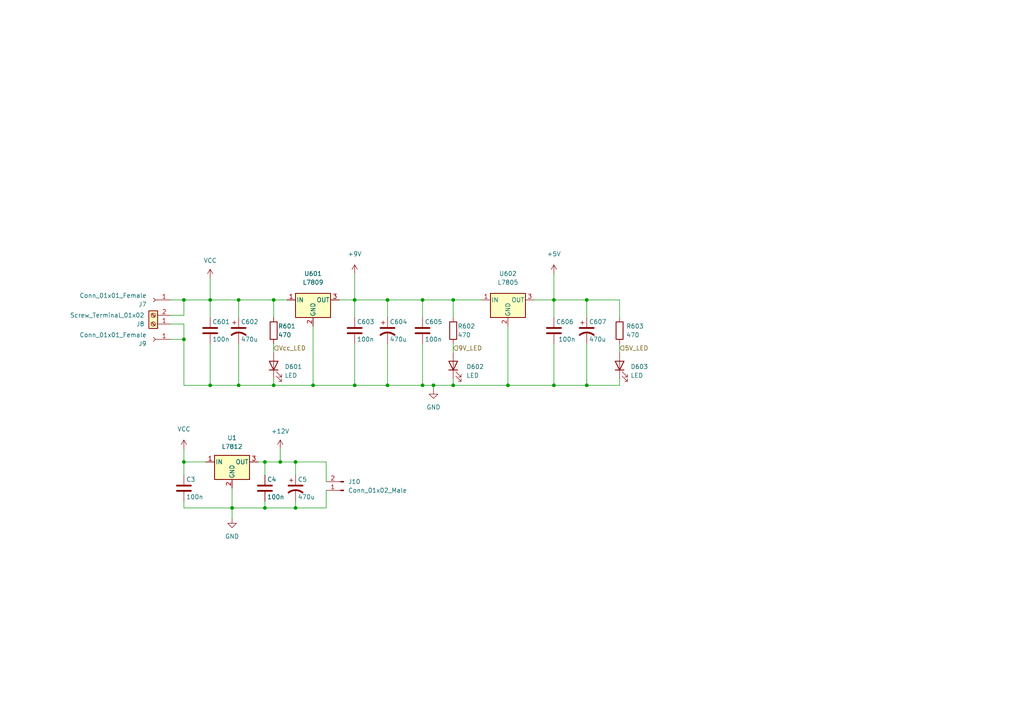
<source format=kicad_sch>
(kicad_sch (version 20211123) (generator eeschema)
  (paper "A4")
  (lib_symbols
    (symbol "Connector:Conn_01x01_Female" (pin_names (offset 1.016) hide)
      (property "Reference" "J" (at 0 2.54 0))
      (property "Value" "Conn_01x01_Female" (at 0 -2.54 0))
      (symbol "Conn_01x01_Female_1_1"
        (polyline (pts (xy -1.27 0) (xy -0.508 0)) (stroke (width 0.1524)))
        (arc (start 0 0.508) (mid -0.508 0) (end 0 -0.508) (stroke (width 0.1524)))
        (pin passive line (at -5.08 0 0) (length 3.81) (name "Pin_1") (number "1"))
      )
    )
    (symbol "Connector:Conn_01x02_Male" (pin_names (offset 1.016) hide)
      (property "Reference" "J" (at 0 2.54 0))
      (property "Value" "Conn_01x02_Male" (at 0 -5.08 0))
      (symbol "Conn_01x02_Male_1_1"
        (polyline (pts (xy 1.27 -2.54) (xy 0.8636 -2.54)) (stroke (width 0.1524)))
        (polyline (pts (xy 1.27 0) (xy 0.8636 0)) (stroke (width 0.1524)))
        (rectangle (start 0.8636 -2.413) (end 0 -2.667) (stroke (width 0.1524)) (fill (type outline)))
        (rectangle (start 0.8636 0.127) (end 0 -0.127) (stroke (width 0.1524)) (fill (type outline)))
        (pin passive line (at 5.08 0 180) (length 3.81) (name "Pin_1") (number "1"))
        (pin passive line (at 5.08 -2.54 180) (length 3.81) (name "Pin_2") (number "2"))
      )
    )
    (symbol "Connector:Screw_Terminal_01x02" (pin_names (offset 1.016) hide)
      (property "Reference" "J" (at 0 2.54 0))
      (property "Value" "Screw_Terminal_01x02" (at 0 -5.08 0))
      (symbol "Screw_Terminal_01x02_1_1"
        (rectangle (start -1.27 1.27) (end 1.27 -3.81) (stroke (width 0.254)) (fill (type background)))
        (circle (center 0 -2.54) (radius 0.635) (stroke (width 0.1524)))
        (polyline (pts (xy -0.5334 -2.2098) (xy 0.3302 -3.048)) (stroke (width 0.1524)))
        (polyline (pts (xy -0.5334 0.3302) (xy 0.3302 -0.508)) (stroke (width 0.1524)))
        (polyline (pts (xy -0.3556 -2.032) (xy 0.508 -2.8702)) (stroke (width 0.1524)))
        (polyline (pts (xy -0.3556 0.508) (xy 0.508 -0.3302)) (stroke (width 0.1524)))
        (circle (center 0 0) (radius 0.635) (stroke (width 0.1524)))
        (pin passive line (at -5.08 0 0) (length 3.81) (name "Pin_1") (number "1"))
        (pin passive line (at -5.08 -2.54 0) (length 3.81) (name "Pin_2") (number "2"))
      )
    )
    (symbol "Device:C" (pin_numbers hide) (pin_names (offset 0.254))
      (property "Reference" "C" (at 0.635 2.54 0))
      (property "Value" "C" (at 0.635 -2.54 0))
      (symbol "C_0_1"
        (polyline (pts (xy -2.032 -0.762) (xy 2.032 -0.762)) (stroke (width 0.508)))
        (polyline (pts (xy -2.032 0.762) (xy 2.032 0.762)) (stroke (width 0.508)))
      )
      (symbol "C_1_1"
        (pin passive line (at 0 3.81 270) (length 2.794) (name "~") (number "1"))
        (pin passive line (at 0 -3.81 90) (length 2.794) (name "~") (number "2"))
      )
    )
    (symbol "Device:C_Polarized_US" (pin_numbers hide) (pin_names (offset 0.254) hide)
      (property "Reference" "C" (at 0.635 2.54 0))
      (property "Value" "C_Polarized_US" (at 0.635 -2.54 0))
      (symbol "C_Polarized_US_0_1"
        (polyline (pts (xy -2.032 0.762) (xy 2.032 0.762)) (stroke (width 0.508)))
        (polyline (pts (xy -1.778 2.286) (xy -0.762 2.286)))
        (polyline (pts (xy -1.27 1.778) (xy -1.27 2.794)))
        (arc (start 2.032 -1.27) (mid 0 -0.5572) (end -2.032 -1.27) (stroke (width 0.508)))
      )
      (symbol "C_Polarized_US_1_1"
        (pin passive line (at 0 3.81 270) (length 2.794) (name "~") (number "1"))
        (pin passive line (at 0 -3.81 90) (length 3.302) (name "~") (number "2"))
      )
    )
    (symbol "Device:LED" (pin_numbers hide) (pin_names (offset 1.016) hide)
      (property "Reference" "D" (at 0 2.54 0))
      (property "Value" "LED" (at 0 -2.54 0))
      (symbol "LED_0_1"
        (polyline (pts (xy -1.27 -1.27) (xy -1.27 1.27)) (stroke (width 0.254)))
        (polyline (pts (xy -1.27 0) (xy 1.27 0)))
        (polyline (pts (xy 1.27 -1.27) (xy 1.27 1.27) (xy -1.27 0) (xy 1.27 -1.27)) (stroke (width 0.254)))
        (polyline (pts (xy -3.048 -0.762) (xy -4.572 -2.286) (xy -3.81 -2.286) (xy -4.572 -2.286) (xy -4.572 -1.524)))
        (polyline (pts (xy -1.778 -0.762) (xy -3.302 -2.286) (xy -2.54 -2.286) (xy -3.302 -2.286) (xy -3.302 -1.524)))
      )
      (symbol "LED_1_1"
        (pin passive line (at -3.81 0 0) (length 2.54) (name "K") (number "1"))
        (pin passive line (at 3.81 0 180) (length 2.54) (name "A") (number "2"))
      )
    )
    (symbol "Device:R" (pin_numbers hide) (pin_names (offset 0))
      (property "Reference" "R" (at 2.032 0 90))
      (property "Value" "R" (at 0 0 90))
      (symbol "R_0_1"
        (rectangle (start -1.016 -2.54) (end 1.016 2.54) (stroke (width 0.254)))
      )
      (symbol "R_1_1"
        (pin passive line (at 0 3.81 270) (length 1.27) (name "~") (number "1"))
        (pin passive line (at 0 -3.81 90) (length 1.27) (name "~") (number "2"))
      )
    )
    (symbol "Regulator_Linear:L7805" (pin_names (offset 0.254))
      (property "Reference" "U" (at -3.81 3.175 0))
      (property "Value" "L7805" (at 0 3.175 0))
      (symbol "L7805_0_1"
        (rectangle (start -5.08 1.905) (end 5.08 -5.08) (stroke (width 0.254)) (fill (type background)))
      )
      (symbol "L7805_1_1"
        (pin power_in line (at -7.62 0 0) (length 2.54) (name "IN") (number "1"))
        (pin power_in line (at 0 -7.62 90) (length 2.54) (name "GND") (number "2"))
        (pin power_out line (at 7.62 0 180) (length 2.54) (name "OUT") (number "3"))
      )
    )
    (symbol "Regulator_Linear:L7809" (pin_names (offset 0.254))
      (property "Reference" "U" (at -3.81 3.175 0))
      (property "Value" "L7809" (at 0 3.175 0))
      (symbol "L7809_0_1"
        (rectangle (start -5.08 1.905) (end 5.08 -5.08) (stroke (width 0.254)) (fill (type background)))
      )
      (symbol "L7809_1_1"
        (pin power_in line (at -7.62 0 0) (length 2.54) (name "IN") (number "1"))
        (pin power_in line (at 0 -7.62 90) (length 2.54) (name "GND") (number "2"))
        (pin power_out line (at 7.62 0 180) (length 2.54) (name "OUT") (number "3"))
      )
    )
    (symbol "Regulator_Linear:L7812" (pin_names (offset 0.254))
      (property "Reference" "U" (at -3.81 3.175 0))
      (property "Value" "L7812" (at 0 3.175 0))
      (symbol "L7812_0_1"
        (rectangle (start -5.08 1.905) (end 5.08 -5.08) (stroke (width 0.254)) (fill (type background)))
      )
      (symbol "L7812_1_1"
        (pin power_in line (at -7.62 0 0) (length 2.54) (name "IN") (number "1"))
        (pin power_in line (at 0 -7.62 90) (length 2.54) (name "GND") (number "2"))
        (pin power_out line (at 7.62 0 180) (length 2.54) (name "OUT") (number "3"))
      )
    )
    (symbol "power:+12V" (power) (pin_names (offset 0))
      (property "Value" "+12V" (at 0 3.556 0))
      (symbol "+12V_0_1"
        (polyline (pts (xy -0.762 1.27) (xy 0 2.54)))
        (polyline (pts (xy 0 0) (xy 0 2.54)))
        (polyline (pts (xy 0 2.54) (xy 0.762 1.27)))
      )
      (symbol "+12V_1_1"
        (pin power_in line (at 0 0 90) (length 0) hide (name "+12V") (number "1"))
      )
    )
    (symbol "power:+5V" (power) (pin_names (offset 0))
      (property "Value" "+5V" (at 0 3.556 0))
      (symbol "+5V_0_1"
        (polyline (pts (xy -0.762 1.27) (xy 0 2.54)))
        (polyline (pts (xy 0 0) (xy 0 2.54)))
        (polyline (pts (xy 0 2.54) (xy 0.762 1.27)))
      )
      (symbol "+5V_1_1"
        (pin power_in line (at 0 0 90) (length 0) hide (name "+5V") (number "1"))
      )
    )
    (symbol "power:+9V" (power) (pin_names (offset 0))
      (property "Value" "+9V" (at 0 3.556 0))
      (symbol "+9V_0_1"
        (polyline (pts (xy -0.762 1.27) (xy 0 2.54)))
        (polyline (pts (xy 0 0) (xy 0 2.54)))
        (polyline (pts (xy 0 2.54) (xy 0.762 1.27)))
      )
      (symbol "+9V_1_1"
        (pin power_in line (at 0 0 90) (length 0) hide (name "+9V") (number "1"))
      )
    )
    (symbol "power:GND" (power) (pin_names (offset 0))
      (property "Value" "GND" (at 0 -3.81 0))
      (symbol "GND_0_1"
        (polyline (pts (xy 0 0) (xy 0 -1.27) (xy 1.27 -1.27) (xy 0 -2.54) (xy -1.27 -1.27) (xy 0 -1.27)))
      )
      (symbol "GND_1_1"
        (pin power_in line (at 0 0 270) (length 0) hide (name "GND") (number "1"))
      )
    )
    (symbol "power:VCC" (power) (pin_names (offset 0))
      (property "Value" "VCC" (at 0 3.81 0))
      (symbol "VCC_0_1"
        (polyline (pts (xy -0.762 1.27) (xy 0 2.54)))
        (polyline (pts (xy 0 0) (xy 0 2.54)))
        (polyline (pts (xy 0 2.54) (xy 0.762 1.27)))
      )
      (symbol "VCC_1_1"
        (pin power_in line (at 0 0 90) (length 0) hide (name "VCC") (number "1"))
      )
    )
  )
  (junction (at 122.555 86.995))
  (junction (at 102.87 86.995))
  (junction (at 60.96 86.995))
  (junction (at 147.32 111.76))
  (junction (at 69.215 86.995))
  (junction (at 122.555 111.76))
  (junction (at 53.34 133.985))
  (junction (at 125.73 111.76))
  (junction (at 85.725 147.32))
  (junction (at 76.835 133.985))
  (junction (at 160.655 111.76))
  (junction (at 85.725 133.985))
  (junction (at 53.34 86.995))
  (junction (at 160.655 86.995))
  (junction (at 76.835 147.32))
  (junction (at 112.395 86.995))
  (junction (at 102.87 111.76))
  (junction (at 53.34 98.425))
  (junction (at 79.375 86.995))
  (junction (at 90.805 111.76))
  (junction (at 79.375 111.76))
  (junction (at 170.18 86.995))
  (junction (at 170.18 111.76))
  (junction (at 69.215 111.76))
  (junction (at 131.445 111.76))
  (junction (at 67.31 147.32))
  (junction (at 81.28 133.985))
  (junction (at 112.395 111.76))
  (junction (at 60.96 111.76))
  (junction (at 131.445 86.995))
  (wire (pts (xy 49.53 93.98) (xy 53.34 93.98)))
  (wire (pts (xy 147.32 94.615) (xy 147.32 111.76)))
  (wire (pts (xy 94.615 142.24) (xy 94.615 147.32)))
  (wire (pts (xy 170.18 99.695) (xy 170.18 111.76)))
  (wire (pts (xy 160.655 86.995) (xy 154.94 86.995)))
  (wire (pts (xy 81.28 133.985) (xy 76.835 133.985)))
  (wire (pts (xy 112.395 111.76) (xy 102.87 111.76)))
  (wire (pts (xy 53.34 93.98) (xy 53.34 98.425)))
  (wire (pts (xy 170.18 86.995) (xy 160.655 86.995)))
  (wire (pts (xy 90.805 111.76) (xy 79.375 111.76)))
  (wire (pts (xy 179.705 99.695) (xy 179.705 102.235)))
  (wire (pts (xy 94.615 147.32) (xy 85.725 147.32)))
  (wire (pts (xy 53.34 147.32) (xy 67.31 147.32)))
  (wire (pts (xy 90.805 94.615) (xy 90.805 111.76)))
  (wire (pts (xy 79.375 111.76) (xy 79.375 109.855)))
  (wire (pts (xy 53.34 98.425) (xy 49.53 98.425)))
  (wire (pts (xy 49.53 86.995) (xy 53.34 86.995)))
  (wire (pts (xy 67.31 147.32) (xy 67.31 150.495)))
  (wire (pts (xy 67.31 141.605) (xy 67.31 147.32)))
  (wire (pts (xy 53.34 98.425) (xy 53.34 111.76)))
  (wire (pts (xy 60.96 86.995) (xy 69.215 86.995)))
  (wire (pts (xy 131.445 99.695) (xy 131.445 102.235)))
  (wire (pts (xy 131.445 86.995) (xy 131.445 92.075)))
  (wire (pts (xy 53.34 133.985) (xy 59.69 133.985)))
  (wire (pts (xy 85.725 145.415) (xy 85.725 147.32)))
  (wire (pts (xy 49.53 91.44) (xy 53.34 91.44)))
  (wire (pts (xy 53.34 86.995) (xy 53.34 91.44)))
  (wire (pts (xy 122.555 86.995) (xy 122.555 92.075)))
  (wire (pts (xy 53.34 130.175) (xy 53.34 133.985)))
  (wire (pts (xy 94.615 133.985) (xy 85.725 133.985)))
  (wire (pts (xy 53.34 133.985) (xy 53.34 137.795)))
  (wire (pts (xy 102.87 79.375) (xy 102.87 86.995)))
  (wire (pts (xy 69.215 111.76) (xy 79.375 111.76)))
  (wire (pts (xy 98.425 86.995) (xy 102.87 86.995)))
  (wire (pts (xy 102.87 111.76) (xy 90.805 111.76)))
  (wire (pts (xy 160.655 79.375) (xy 160.655 86.995)))
  (wire (pts (xy 76.835 145.415) (xy 76.835 147.32)))
  (wire (pts (xy 170.18 92.075) (xy 170.18 86.995)))
  (wire (pts (xy 53.34 111.76) (xy 60.96 111.76)))
  (wire (pts (xy 131.445 109.855) (xy 131.445 111.76)))
  (wire (pts (xy 69.215 86.995) (xy 79.375 86.995)))
  (wire (pts (xy 102.87 86.995) (xy 102.87 92.075)))
  (wire (pts (xy 122.555 111.76) (xy 125.73 111.76)))
  (wire (pts (xy 112.395 86.995) (xy 122.555 86.995)))
  (wire (pts (xy 125.73 111.76) (xy 125.73 113.03)))
  (wire (pts (xy 179.705 86.995) (xy 170.18 86.995)))
  (wire (pts (xy 85.725 147.32) (xy 76.835 147.32)))
  (wire (pts (xy 112.395 111.76) (xy 122.555 111.76)))
  (wire (pts (xy 79.375 86.995) (xy 83.185 86.995)))
  (wire (pts (xy 170.18 111.76) (xy 179.705 111.76)))
  (wire (pts (xy 147.32 111.76) (xy 131.445 111.76)))
  (wire (pts (xy 69.215 99.695) (xy 69.215 111.76)))
  (wire (pts (xy 69.215 86.995) (xy 69.215 92.075)))
  (wire (pts (xy 79.375 99.695) (xy 79.375 102.235)))
  (wire (pts (xy 94.615 139.7) (xy 94.615 133.985)))
  (wire (pts (xy 53.34 86.995) (xy 60.96 86.995)))
  (wire (pts (xy 85.725 137.795) (xy 85.725 133.985)))
  (wire (pts (xy 60.96 86.995) (xy 60.96 92.075)))
  (wire (pts (xy 79.375 86.995) (xy 79.375 92.075)))
  (wire (pts (xy 125.73 111.76) (xy 131.445 111.76)))
  (wire (pts (xy 112.395 99.695) (xy 112.395 111.76)))
  (wire (pts (xy 160.655 99.695) (xy 160.655 111.76)))
  (wire (pts (xy 179.705 92.075) (xy 179.705 86.995)))
  (wire (pts (xy 81.28 130.175) (xy 81.28 133.985)))
  (wire (pts (xy 60.96 80.645) (xy 60.96 86.995)))
  (wire (pts (xy 53.34 145.415) (xy 53.34 147.32)))
  (wire (pts (xy 112.395 86.995) (xy 112.395 92.075)))
  (wire (pts (xy 131.445 86.995) (xy 139.7 86.995)))
  (wire (pts (xy 102.87 99.695) (xy 102.87 111.76)))
  (wire (pts (xy 102.87 86.995) (xy 112.395 86.995)))
  (wire (pts (xy 122.555 99.695) (xy 122.555 111.76)))
  (wire (pts (xy 160.655 111.76) (xy 170.18 111.76)))
  (wire (pts (xy 122.555 86.995) (xy 131.445 86.995)))
  (wire (pts (xy 179.705 109.855) (xy 179.705 111.76)))
  (wire (pts (xy 60.96 99.695) (xy 60.96 111.76)))
  (wire (pts (xy 81.28 133.985) (xy 85.725 133.985)))
  (wire (pts (xy 160.655 92.075) (xy 160.655 86.995)))
  (wire (pts (xy 76.835 133.985) (xy 74.93 133.985)))
  (wire (pts (xy 160.655 111.76) (xy 147.32 111.76)))
  (wire (pts (xy 76.835 137.795) (xy 76.835 133.985)))
  (wire (pts (xy 60.96 111.76) (xy 69.215 111.76)))
  (wire (pts (xy 76.835 147.32) (xy 67.31 147.32)))
  (hierarchical_label "5V_LED" (shape input) (at 179.705 100.965 0))
  (hierarchical_label "Vcc_LED" (shape input) (at 79.375 100.965 0))
  (hierarchical_label "9V_LED" (shape input) (at 131.445 100.965 0))
  (symbol (lib_id "Device:C") (at 122.555 95.885 0) (unit 1)
    (property "Reference" "C605" (at 123.19 93.345 0) (effects (justify left)))
    (property "Value" "100n" (at 123.19 98.425 0) (effects (justify left)))
    (property "Footprint" "Capacitor_SMD:C_0805_2012Metric" (effects hide))
  )
  (symbol (lib_id "Device:R") (at 131.445 95.885 0) (unit 1)
    (property "Reference" "R602" (at 132.715 94.615 0) (effects (justify left)))
    (property "Value" "470" (at 132.715 97.155 0) (effects (justify left)))
    (property "Footprint" "Resistor_SMD:R_0805_2012Metric" (effects hide))
  )
  (symbol (lib_id "power:VCC") (at 53.34 130.175 0) (unit 1)
    (property "Reference" "#PWR0104" (effects hide))
    (property "Value" "VCC" (at 53.34 124.46 0))
  )
  (symbol (lib_id "Device:C") (at 76.835 141.605 0) (unit 1)
    (property "Reference" "C4" (at 77.47 139.065 0) (effects (justify left)))
    (property "Value" "100n" (at 77.47 144.145 0) (effects (justify left)))
    (property "Footprint" "Capacitor_SMD:C_0805_2012Metric" (effects hide))
  )
  (symbol (lib_id "Connector:Conn_01x02_Male") (at 99.695 142.24 180) (unit 1)
    (property "Reference" "J10" (at 100.965 139.6999 0) (effects (justify right)))
    (property "Value" "Conn_01x02_Male" (at 100.965 142.2399 0) (effects (justify right)))
    (property "Footprint" "Connector_PinHeader_2.54mm:PinHeader_1x02_P2.54mm_Vertical" (effects hide))
  )
  (symbol (lib_id "Device:C") (at 160.655 95.885 0) (unit 1)
    (property "Reference" "C606" (at 161.29 93.345 0) (effects (justify left)))
    (property "Value" "100n" (at 161.925 98.425 0) (effects (justify left)))
    (property "Footprint" "Capacitor_SMD:C_0805_2012Metric" (effects hide))
  )
  (symbol (lib_id "power:GND") (at 125.73 113.03 0) (unit 1)
    (property "Reference" "#PWR0101" (effects hide))
    (property "Value" "GND" (at 125.73 118.11 0))
  )
  (symbol (lib_id "Device:C") (at 60.96 95.885 0) (unit 1)
    (property "Reference" "C601" (at 61.595 93.345 0) (effects (justify left)))
    (property "Value" "100n" (at 61.595 98.425 0) (effects (justify left)))
    (property "Footprint" "Capacitor_SMD:C_0805_2012Metric" (effects hide))
  )
  (symbol (lib_id "power:+12V") (at 81.28 130.175 0) (unit 1)
    (property "Reference" "#PWR0103" (effects hide))
    (property "Value" "+12V" (at 81.28 125.095 0))
  )
  (symbol (lib_id "Device:C_Polarized_US") (at 69.215 95.885 0) (unit 1)
    (property "Reference" "C602" (at 69.85 93.345 0) (effects (justify left)))
    (property "Value" "470u" (at 69.85 98.425 0) (effects (justify left)))
    (property "Footprint" "Capacitor_THT:C_Radial_D12.5mm_H25.0mm_P5.00mm" (effects hide))
  )
  (symbol (lib_id "Device:R") (at 179.705 95.885 0) (unit 1)
    (property "Reference" "R603" (at 181.61 94.615 0) (effects (justify left)))
    (property "Value" "470" (at 181.61 97.155 0) (effects (justify left)))
    (property "Footprint" "Resistor_SMD:R_0805_2012Metric" (effects hide))
  )
  (symbol (lib_id "Connector:Conn_01x01_Female") (at 44.45 86.995 180) (unit 1)
    (property "Reference" "J7" (at 42.545 88.2651 0) (effects (justify left)))
    (property "Value" "Conn_01x01_Female" (at 42.545 85.7251 0) (effects (justify left)))
    (property "Footprint" "Connector_PinHeader_2.54mm:PinHeader_1x01_P2.54mm_Vertical" (effects hide))
  )
  (symbol (lib_id "Device:C") (at 102.87 95.885 0) (unit 1)
    (property "Reference" "C603" (at 103.505 93.345 0) (effects (justify left)))
    (property "Value" "100n" (at 103.505 98.425 0) (effects (justify left)))
    (property "Footprint" "Capacitor_SMD:C_0805_2012Metric" (effects hide))
  )
  (symbol (lib_id "Device:C_Polarized_US") (at 85.725 141.605 0) (unit 1)
    (property "Reference" "C5" (at 86.36 139.065 0) (effects (justify left)))
    (property "Value" "470u" (at 86.36 144.145 0) (effects (justify left)))
    (property "Footprint" "Capacitor_THT:CP_Radial_D5.0mm_P2.50mm" (effects hide))
  )
  (symbol (lib_id "power:VCC") (at 60.96 80.645 0) (unit 1)
    (property "Reference" "#PWR0601" (effects hide))
    (property "Value" "VCC" (at 60.96 75.565 0))
  )
  (symbol (lib_id "power:GND") (at 67.31 150.495 0) (unit 1)
    (property "Reference" "#PWR0102" (effects hide))
    (property "Value" "GND" (at 67.31 155.575 0))
  )
  (symbol (lib_id "Device:C_Polarized_US") (at 112.395 95.885 0) (unit 1)
    (property "Reference" "C604" (at 113.03 93.345 0) (effects (justify left)))
    (property "Value" "470u" (at 113.03 98.425 0) (effects (justify left)))
    (property "Footprint" "Capacitor_THT:CP_Radial_D5.0mm_P2.50mm" (effects hide))
  )
  (symbol (lib_id "power:+9V") (at 102.87 79.375 0) (unit 1)
    (property "Reference" "#PWR0602" (effects hide))
    (property "Value" "+9V" (at 102.87 73.66 0))
  )
  (symbol (lib_id "Connector:Conn_01x01_Female") (at 44.45 98.425 180) (unit 1)
    (property "Reference" "J9" (at 42.545 99.6951 0) (effects (justify left)))
    (property "Value" "Conn_01x01_Female" (at 42.545 97.1551 0) (effects (justify left)))
    (property "Footprint" "Connector_PinHeader_2.54mm:PinHeader_1x01_P2.54mm_Vertical" (effects hide))
  )
  (symbol (lib_id "Device:C") (at 53.34 141.605 0) (unit 1)
    (property "Reference" "C3" (at 53.975 139.065 0) (effects (justify left)))
    (property "Value" "100n" (at 53.975 144.145 0) (effects (justify left)))
    (property "Footprint" "Capacitor_SMD:C_0805_2012Metric" (effects hide))
  )
  (symbol (lib_id "Regulator_Linear:L7809") (at 90.805 86.995 0) (unit 1)
    (property "Reference" "U601" (at 90.805 79.375 0))
    (property "Value" "L7809" (at 90.805 81.915 0))
    (property "Footprint" "Package_TO_SOT_SMD:TO-252-2" (effects hide))
    (property "Datasheet" "http://www.st.com/content/ccc/resource/technical/document/datasheet/41/4f/b3/b0/12/d4/47/88/CD00000444.pdf/files/CD00000444.pdf/jcr:content/translations/en.CD00000444.pdf" (effects hide))
  )
  (symbol (lib_id "Device:R") (at 79.375 95.885 0) (unit 1)
    (property "Reference" "R601" (at 80.645 94.615 0) (effects (justify left)))
    (property "Value" "470" (at 80.645 97.155 0) (effects (justify left)))
    (property "Footprint" "Resistor_SMD:R_0805_2012Metric" (effects hide))
  )
  (symbol (lib_id "Device:LED") (at 179.705 106.045 90) (unit 1)
    (property "Reference" "D603" (at 182.88 106.3624 90) (effects (justify right)))
    (property "Value" "LED" (at 182.88 108.9024 90) (effects (justify right)))
    (property "Footprint" "LED_SMD:LED_0805_2012Metric" (effects hide))
  )
  (symbol (lib_id "Device:C_Polarized_US") (at 170.18 95.885 0) (unit 1)
    (property "Reference" "C607" (at 170.815 93.345 0) (effects (justify left)))
    (property "Value" "470u" (at 170.815 98.425 0) (effects (justify left)))
    (property "Footprint" "Capacitor_THT:CP_Radial_D5.0mm_P2.50mm" (effects hide))
  )
  (symbol (lib_id "Regulator_Linear:L7805") (at 147.32 86.995 0) (unit 1)
    (property "Reference" "U602" (at 147.32 79.375 0))
    (property "Value" "L7805" (at 147.32 81.915 0))
    (property "Footprint" "Package_TO_SOT_SMD:TO-252-2" (effects hide))
    (property "Datasheet" "http://www.st.com/content/ccc/resource/technical/document/datasheet/41/4f/b3/b0/12/d4/47/88/CD00000444.pdf/files/CD00000444.pdf/jcr:content/translations/en.CD00000444.pdf" (effects hide))
  )
  (symbol (lib_id "Device:LED") (at 131.445 106.045 90) (unit 1)
    (property "Reference" "D602" (at 135.255 106.3624 90) (effects (justify right)))
    (property "Value" "LED" (at 135.255 108.9024 90) (effects (justify right)))
    (property "Footprint" "LED_SMD:LED_0805_2012Metric" (effects hide))
  )
  (symbol (lib_id "Device:LED") (at 79.375 106.045 90) (unit 1)
    (property "Reference" "D601" (at 82.55 106.3624 90) (effects (justify right)))
    (property "Value" "LED" (at 82.55 108.9024 90) (effects (justify right)))
    (property "Footprint" "LED_SMD:LED_0805_2012Metric" (effects hide))
  )
  (symbol (lib_id "Regulator_Linear:L7812") (at 67.31 133.985 0) (unit 1)
    (property "Reference" "U1" (at 67.31 127 0))
    (property "Value" "L7812" (at 67.31 129.54 0))
    (property "Footprint" "Package_TO_SOT_SMD:TO-252-2" (effects hide))
    (property "Datasheet" "http://www.st.com/content/ccc/resource/technical/document/datasheet/41/4f/b3/b0/12/d4/47/88/CD00000444.pdf/files/CD00000444.pdf/jcr:content/translations/en.CD00000444.pdf" (effects hide))
  )
  (symbol (lib_id "Connector:Screw_Terminal_01x02") (at 44.45 93.98 180) (unit 1)
    (property "Reference" "J8" (at 41.91 93.9801 0) (effects (justify left)))
    (property "Value" "Screw_Terminal_01x02" (at 41.91 91.4401 0) (effects (justify left)))
    (property "Footprint" "TerminalBlock_Phoenix:TerminalBlock_Phoenix_PT-1,5-2-3.5-H_1x02_P3.50mm_Horizontal" (effects hide))
  )
  (symbol (lib_id "power:+5V") (at 160.655 79.375 0) (unit 1)
    (property "Reference" "#PWR0603" (effects hide))
    (property "Value" "+5V" (at 160.655 73.66 0))
  )
)
</source>
